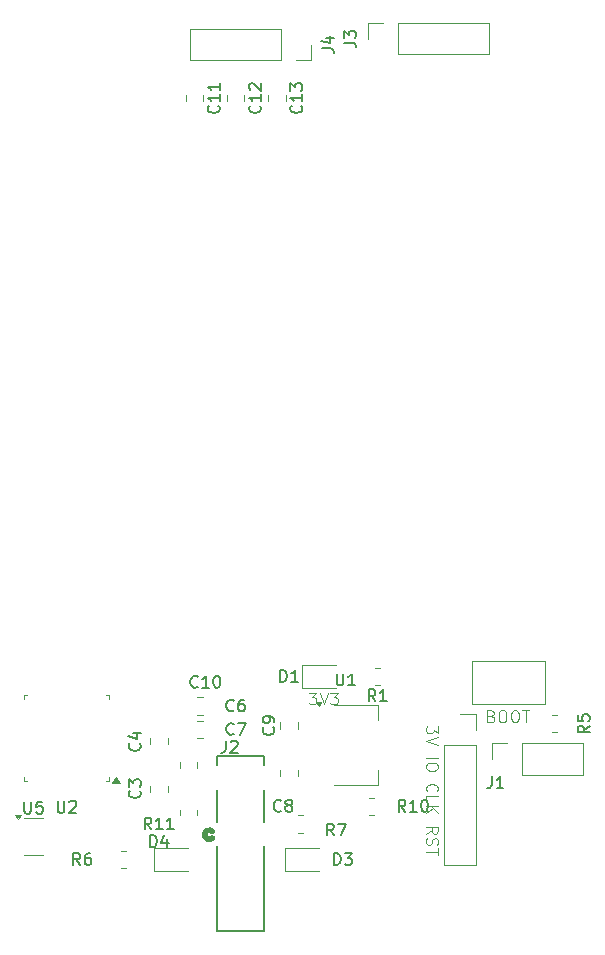
<source format=gbr>
%TF.GenerationSoftware,KiCad,Pcbnew,8.0.7*%
%TF.CreationDate,2024-12-25T21:37:58+08:00*%
%TF.ProjectId,The Button,54686520-4275-4747-946f-6e2e6b696361,rev?*%
%TF.SameCoordinates,Original*%
%TF.FileFunction,Legend,Top*%
%TF.FilePolarity,Positive*%
%FSLAX46Y46*%
G04 Gerber Fmt 4.6, Leading zero omitted, Abs format (unit mm)*
G04 Created by KiCad (PCBNEW 8.0.7) date 2024-12-25 21:37:58*
%MOMM*%
%LPD*%
G01*
G04 APERTURE LIST*
%ADD10C,0.100000*%
%ADD11C,0.150000*%
%ADD12C,0.120000*%
%ADD13C,0.152400*%
%ADD14C,0.508000*%
G04 APERTURE END LIST*
D10*
X187627580Y-85208646D02*
X187627580Y-85827693D01*
X187627580Y-85827693D02*
X187246628Y-85494360D01*
X187246628Y-85494360D02*
X187246628Y-85637217D01*
X187246628Y-85637217D02*
X187199009Y-85732455D01*
X187199009Y-85732455D02*
X187151390Y-85780074D01*
X187151390Y-85780074D02*
X187056152Y-85827693D01*
X187056152Y-85827693D02*
X186818057Y-85827693D01*
X186818057Y-85827693D02*
X186722819Y-85780074D01*
X186722819Y-85780074D02*
X186675200Y-85732455D01*
X186675200Y-85732455D02*
X186627580Y-85637217D01*
X186627580Y-85637217D02*
X186627580Y-85351503D01*
X186627580Y-85351503D02*
X186675200Y-85256265D01*
X186675200Y-85256265D02*
X186722819Y-85208646D01*
X187627580Y-86113408D02*
X186627580Y-86446741D01*
X186627580Y-86446741D02*
X187627580Y-86780074D01*
X186627580Y-87875313D02*
X187627580Y-87875313D01*
X187627580Y-88541979D02*
X187627580Y-88732455D01*
X187627580Y-88732455D02*
X187579961Y-88827693D01*
X187579961Y-88827693D02*
X187484723Y-88922931D01*
X187484723Y-88922931D02*
X187294247Y-88970550D01*
X187294247Y-88970550D02*
X186960914Y-88970550D01*
X186960914Y-88970550D02*
X186770438Y-88922931D01*
X186770438Y-88922931D02*
X186675200Y-88827693D01*
X186675200Y-88827693D02*
X186627580Y-88732455D01*
X186627580Y-88732455D02*
X186627580Y-88541979D01*
X186627580Y-88541979D02*
X186675200Y-88446741D01*
X186675200Y-88446741D02*
X186770438Y-88351503D01*
X186770438Y-88351503D02*
X186960914Y-88303884D01*
X186960914Y-88303884D02*
X187294247Y-88303884D01*
X187294247Y-88303884D02*
X187484723Y-88351503D01*
X187484723Y-88351503D02*
X187579961Y-88446741D01*
X187579961Y-88446741D02*
X187627580Y-88541979D01*
X186722819Y-90732455D02*
X186675200Y-90684836D01*
X186675200Y-90684836D02*
X186627580Y-90541979D01*
X186627580Y-90541979D02*
X186627580Y-90446741D01*
X186627580Y-90446741D02*
X186675200Y-90303884D01*
X186675200Y-90303884D02*
X186770438Y-90208646D01*
X186770438Y-90208646D02*
X186865676Y-90161027D01*
X186865676Y-90161027D02*
X187056152Y-90113408D01*
X187056152Y-90113408D02*
X187199009Y-90113408D01*
X187199009Y-90113408D02*
X187389485Y-90161027D01*
X187389485Y-90161027D02*
X187484723Y-90208646D01*
X187484723Y-90208646D02*
X187579961Y-90303884D01*
X187579961Y-90303884D02*
X187627580Y-90446741D01*
X187627580Y-90446741D02*
X187627580Y-90541979D01*
X187627580Y-90541979D02*
X187579961Y-90684836D01*
X187579961Y-90684836D02*
X187532342Y-90732455D01*
X186627580Y-91637217D02*
X186627580Y-91161027D01*
X186627580Y-91161027D02*
X187627580Y-91161027D01*
X186627580Y-91970551D02*
X187627580Y-91970551D01*
X186627580Y-92541979D02*
X187199009Y-92113408D01*
X187627580Y-92541979D02*
X187056152Y-91970551D01*
X186627580Y-94303884D02*
X187103771Y-93970551D01*
X186627580Y-93732456D02*
X187627580Y-93732456D01*
X187627580Y-93732456D02*
X187627580Y-94113408D01*
X187627580Y-94113408D02*
X187579961Y-94208646D01*
X187579961Y-94208646D02*
X187532342Y-94256265D01*
X187532342Y-94256265D02*
X187437104Y-94303884D01*
X187437104Y-94303884D02*
X187294247Y-94303884D01*
X187294247Y-94303884D02*
X187199009Y-94256265D01*
X187199009Y-94256265D02*
X187151390Y-94208646D01*
X187151390Y-94208646D02*
X187103771Y-94113408D01*
X187103771Y-94113408D02*
X187103771Y-93732456D01*
X186675200Y-94684837D02*
X186627580Y-94827694D01*
X186627580Y-94827694D02*
X186627580Y-95065789D01*
X186627580Y-95065789D02*
X186675200Y-95161027D01*
X186675200Y-95161027D02*
X186722819Y-95208646D01*
X186722819Y-95208646D02*
X186818057Y-95256265D01*
X186818057Y-95256265D02*
X186913295Y-95256265D01*
X186913295Y-95256265D02*
X187008533Y-95208646D01*
X187008533Y-95208646D02*
X187056152Y-95161027D01*
X187056152Y-95161027D02*
X187103771Y-95065789D01*
X187103771Y-95065789D02*
X187151390Y-94875313D01*
X187151390Y-94875313D02*
X187199009Y-94780075D01*
X187199009Y-94780075D02*
X187246628Y-94732456D01*
X187246628Y-94732456D02*
X187341866Y-94684837D01*
X187341866Y-94684837D02*
X187437104Y-94684837D01*
X187437104Y-94684837D02*
X187532342Y-94732456D01*
X187532342Y-94732456D02*
X187579961Y-94780075D01*
X187579961Y-94780075D02*
X187627580Y-94875313D01*
X187627580Y-94875313D02*
X187627580Y-95113408D01*
X187627580Y-95113408D02*
X187579961Y-95256265D01*
X187627580Y-95541980D02*
X187627580Y-96113408D01*
X186627580Y-95827694D02*
X187627580Y-95827694D01*
X176708646Y-82372419D02*
X177327693Y-82372419D01*
X177327693Y-82372419D02*
X176994360Y-82753371D01*
X176994360Y-82753371D02*
X177137217Y-82753371D01*
X177137217Y-82753371D02*
X177232455Y-82800990D01*
X177232455Y-82800990D02*
X177280074Y-82848609D01*
X177280074Y-82848609D02*
X177327693Y-82943847D01*
X177327693Y-82943847D02*
X177327693Y-83181942D01*
X177327693Y-83181942D02*
X177280074Y-83277180D01*
X177280074Y-83277180D02*
X177232455Y-83324800D01*
X177232455Y-83324800D02*
X177137217Y-83372419D01*
X177137217Y-83372419D02*
X176851503Y-83372419D01*
X176851503Y-83372419D02*
X176756265Y-83324800D01*
X176756265Y-83324800D02*
X176708646Y-83277180D01*
X177613408Y-82372419D02*
X177946741Y-83372419D01*
X177946741Y-83372419D02*
X178280074Y-82372419D01*
X178518170Y-82372419D02*
X179137217Y-82372419D01*
X179137217Y-82372419D02*
X178803884Y-82753371D01*
X178803884Y-82753371D02*
X178946741Y-82753371D01*
X178946741Y-82753371D02*
X179041979Y-82800990D01*
X179041979Y-82800990D02*
X179089598Y-82848609D01*
X179089598Y-82848609D02*
X179137217Y-82943847D01*
X179137217Y-82943847D02*
X179137217Y-83181942D01*
X179137217Y-83181942D02*
X179089598Y-83277180D01*
X179089598Y-83277180D02*
X179041979Y-83324800D01*
X179041979Y-83324800D02*
X178946741Y-83372419D01*
X178946741Y-83372419D02*
X178661027Y-83372419D01*
X178661027Y-83372419D02*
X178565789Y-83324800D01*
X178565789Y-83324800D02*
X178518170Y-83277180D01*
X192137217Y-84348609D02*
X192280074Y-84396228D01*
X192280074Y-84396228D02*
X192327693Y-84443847D01*
X192327693Y-84443847D02*
X192375312Y-84539085D01*
X192375312Y-84539085D02*
X192375312Y-84681942D01*
X192375312Y-84681942D02*
X192327693Y-84777180D01*
X192327693Y-84777180D02*
X192280074Y-84824800D01*
X192280074Y-84824800D02*
X192184836Y-84872419D01*
X192184836Y-84872419D02*
X191803884Y-84872419D01*
X191803884Y-84872419D02*
X191803884Y-83872419D01*
X191803884Y-83872419D02*
X192137217Y-83872419D01*
X192137217Y-83872419D02*
X192232455Y-83920038D01*
X192232455Y-83920038D02*
X192280074Y-83967657D01*
X192280074Y-83967657D02*
X192327693Y-84062895D01*
X192327693Y-84062895D02*
X192327693Y-84158133D01*
X192327693Y-84158133D02*
X192280074Y-84253371D01*
X192280074Y-84253371D02*
X192232455Y-84300990D01*
X192232455Y-84300990D02*
X192137217Y-84348609D01*
X192137217Y-84348609D02*
X191803884Y-84348609D01*
X192994360Y-83872419D02*
X193184836Y-83872419D01*
X193184836Y-83872419D02*
X193280074Y-83920038D01*
X193280074Y-83920038D02*
X193375312Y-84015276D01*
X193375312Y-84015276D02*
X193422931Y-84205752D01*
X193422931Y-84205752D02*
X193422931Y-84539085D01*
X193422931Y-84539085D02*
X193375312Y-84729561D01*
X193375312Y-84729561D02*
X193280074Y-84824800D01*
X193280074Y-84824800D02*
X193184836Y-84872419D01*
X193184836Y-84872419D02*
X192994360Y-84872419D01*
X192994360Y-84872419D02*
X192899122Y-84824800D01*
X192899122Y-84824800D02*
X192803884Y-84729561D01*
X192803884Y-84729561D02*
X192756265Y-84539085D01*
X192756265Y-84539085D02*
X192756265Y-84205752D01*
X192756265Y-84205752D02*
X192803884Y-84015276D01*
X192803884Y-84015276D02*
X192899122Y-83920038D01*
X192899122Y-83920038D02*
X192994360Y-83872419D01*
X194041979Y-83872419D02*
X194232455Y-83872419D01*
X194232455Y-83872419D02*
X194327693Y-83920038D01*
X194327693Y-83920038D02*
X194422931Y-84015276D01*
X194422931Y-84015276D02*
X194470550Y-84205752D01*
X194470550Y-84205752D02*
X194470550Y-84539085D01*
X194470550Y-84539085D02*
X194422931Y-84729561D01*
X194422931Y-84729561D02*
X194327693Y-84824800D01*
X194327693Y-84824800D02*
X194232455Y-84872419D01*
X194232455Y-84872419D02*
X194041979Y-84872419D01*
X194041979Y-84872419D02*
X193946741Y-84824800D01*
X193946741Y-84824800D02*
X193851503Y-84729561D01*
X193851503Y-84729561D02*
X193803884Y-84539085D01*
X193803884Y-84539085D02*
X193803884Y-84205752D01*
X193803884Y-84205752D02*
X193851503Y-84015276D01*
X193851503Y-84015276D02*
X193946741Y-83920038D01*
X193946741Y-83920038D02*
X194041979Y-83872419D01*
X194756265Y-83872419D02*
X195327693Y-83872419D01*
X195041979Y-84872419D02*
X195041979Y-83872419D01*
D11*
X178808333Y-94454819D02*
X178475000Y-93978628D01*
X178236905Y-94454819D02*
X178236905Y-93454819D01*
X178236905Y-93454819D02*
X178617857Y-93454819D01*
X178617857Y-93454819D02*
X178713095Y-93502438D01*
X178713095Y-93502438D02*
X178760714Y-93550057D01*
X178760714Y-93550057D02*
X178808333Y-93645295D01*
X178808333Y-93645295D02*
X178808333Y-93788152D01*
X178808333Y-93788152D02*
X178760714Y-93883390D01*
X178760714Y-93883390D02*
X178713095Y-93931009D01*
X178713095Y-93931009D02*
X178617857Y-93978628D01*
X178617857Y-93978628D02*
X178236905Y-93978628D01*
X179141667Y-93454819D02*
X179808333Y-93454819D01*
X179808333Y-93454819D02*
X179379762Y-94454819D01*
X172539580Y-32680357D02*
X172587200Y-32727976D01*
X172587200Y-32727976D02*
X172634819Y-32870833D01*
X172634819Y-32870833D02*
X172634819Y-32966071D01*
X172634819Y-32966071D02*
X172587200Y-33108928D01*
X172587200Y-33108928D02*
X172491961Y-33204166D01*
X172491961Y-33204166D02*
X172396723Y-33251785D01*
X172396723Y-33251785D02*
X172206247Y-33299404D01*
X172206247Y-33299404D02*
X172063390Y-33299404D01*
X172063390Y-33299404D02*
X171872914Y-33251785D01*
X171872914Y-33251785D02*
X171777676Y-33204166D01*
X171777676Y-33204166D02*
X171682438Y-33108928D01*
X171682438Y-33108928D02*
X171634819Y-32966071D01*
X171634819Y-32966071D02*
X171634819Y-32870833D01*
X171634819Y-32870833D02*
X171682438Y-32727976D01*
X171682438Y-32727976D02*
X171730057Y-32680357D01*
X172634819Y-31727976D02*
X172634819Y-32299404D01*
X172634819Y-32013690D02*
X171634819Y-32013690D01*
X171634819Y-32013690D02*
X171777676Y-32108928D01*
X171777676Y-32108928D02*
X171872914Y-32204166D01*
X171872914Y-32204166D02*
X171920533Y-32299404D01*
X171730057Y-31347023D02*
X171682438Y-31299404D01*
X171682438Y-31299404D02*
X171634819Y-31204166D01*
X171634819Y-31204166D02*
X171634819Y-30966071D01*
X171634819Y-30966071D02*
X171682438Y-30870833D01*
X171682438Y-30870833D02*
X171730057Y-30823214D01*
X171730057Y-30823214D02*
X171825295Y-30775595D01*
X171825295Y-30775595D02*
X171920533Y-30775595D01*
X171920533Y-30775595D02*
X172063390Y-30823214D01*
X172063390Y-30823214D02*
X172634819Y-31394642D01*
X172634819Y-31394642D02*
X172634819Y-30775595D01*
X162359580Y-90666666D02*
X162407200Y-90714285D01*
X162407200Y-90714285D02*
X162454819Y-90857142D01*
X162454819Y-90857142D02*
X162454819Y-90952380D01*
X162454819Y-90952380D02*
X162407200Y-91095237D01*
X162407200Y-91095237D02*
X162311961Y-91190475D01*
X162311961Y-91190475D02*
X162216723Y-91238094D01*
X162216723Y-91238094D02*
X162026247Y-91285713D01*
X162026247Y-91285713D02*
X161883390Y-91285713D01*
X161883390Y-91285713D02*
X161692914Y-91238094D01*
X161692914Y-91238094D02*
X161597676Y-91190475D01*
X161597676Y-91190475D02*
X161502438Y-91095237D01*
X161502438Y-91095237D02*
X161454819Y-90952380D01*
X161454819Y-90952380D02*
X161454819Y-90857142D01*
X161454819Y-90857142D02*
X161502438Y-90714285D01*
X161502438Y-90714285D02*
X161550057Y-90666666D01*
X161454819Y-90333332D02*
X161454819Y-89714285D01*
X161454819Y-89714285D02*
X161835771Y-90047618D01*
X161835771Y-90047618D02*
X161835771Y-89904761D01*
X161835771Y-89904761D02*
X161883390Y-89809523D01*
X161883390Y-89809523D02*
X161931009Y-89761904D01*
X161931009Y-89761904D02*
X162026247Y-89714285D01*
X162026247Y-89714285D02*
X162264342Y-89714285D01*
X162264342Y-89714285D02*
X162359580Y-89761904D01*
X162359580Y-89761904D02*
X162407200Y-89809523D01*
X162407200Y-89809523D02*
X162454819Y-89904761D01*
X162454819Y-89904761D02*
X162454819Y-90190475D01*
X162454819Y-90190475D02*
X162407200Y-90285713D01*
X162407200Y-90285713D02*
X162359580Y-90333332D01*
X174333333Y-92359580D02*
X174285714Y-92407200D01*
X174285714Y-92407200D02*
X174142857Y-92454819D01*
X174142857Y-92454819D02*
X174047619Y-92454819D01*
X174047619Y-92454819D02*
X173904762Y-92407200D01*
X173904762Y-92407200D02*
X173809524Y-92311961D01*
X173809524Y-92311961D02*
X173761905Y-92216723D01*
X173761905Y-92216723D02*
X173714286Y-92026247D01*
X173714286Y-92026247D02*
X173714286Y-91883390D01*
X173714286Y-91883390D02*
X173761905Y-91692914D01*
X173761905Y-91692914D02*
X173809524Y-91597676D01*
X173809524Y-91597676D02*
X173904762Y-91502438D01*
X173904762Y-91502438D02*
X174047619Y-91454819D01*
X174047619Y-91454819D02*
X174142857Y-91454819D01*
X174142857Y-91454819D02*
X174285714Y-91502438D01*
X174285714Y-91502438D02*
X174333333Y-91550057D01*
X174904762Y-91883390D02*
X174809524Y-91835771D01*
X174809524Y-91835771D02*
X174761905Y-91788152D01*
X174761905Y-91788152D02*
X174714286Y-91692914D01*
X174714286Y-91692914D02*
X174714286Y-91645295D01*
X174714286Y-91645295D02*
X174761905Y-91550057D01*
X174761905Y-91550057D02*
X174809524Y-91502438D01*
X174809524Y-91502438D02*
X174904762Y-91454819D01*
X174904762Y-91454819D02*
X175095238Y-91454819D01*
X175095238Y-91454819D02*
X175190476Y-91502438D01*
X175190476Y-91502438D02*
X175238095Y-91550057D01*
X175238095Y-91550057D02*
X175285714Y-91645295D01*
X175285714Y-91645295D02*
X175285714Y-91692914D01*
X175285714Y-91692914D02*
X175238095Y-91788152D01*
X175238095Y-91788152D02*
X175190476Y-91835771D01*
X175190476Y-91835771D02*
X175095238Y-91883390D01*
X175095238Y-91883390D02*
X174904762Y-91883390D01*
X174904762Y-91883390D02*
X174809524Y-91931009D01*
X174809524Y-91931009D02*
X174761905Y-91978628D01*
X174761905Y-91978628D02*
X174714286Y-92073866D01*
X174714286Y-92073866D02*
X174714286Y-92264342D01*
X174714286Y-92264342D02*
X174761905Y-92359580D01*
X174761905Y-92359580D02*
X174809524Y-92407200D01*
X174809524Y-92407200D02*
X174904762Y-92454819D01*
X174904762Y-92454819D02*
X175095238Y-92454819D01*
X175095238Y-92454819D02*
X175190476Y-92407200D01*
X175190476Y-92407200D02*
X175238095Y-92359580D01*
X175238095Y-92359580D02*
X175285714Y-92264342D01*
X175285714Y-92264342D02*
X175285714Y-92073866D01*
X175285714Y-92073866D02*
X175238095Y-91978628D01*
X175238095Y-91978628D02*
X175190476Y-91931009D01*
X175190476Y-91931009D02*
X175095238Y-91883390D01*
X163261905Y-95454819D02*
X163261905Y-94454819D01*
X163261905Y-94454819D02*
X163500000Y-94454819D01*
X163500000Y-94454819D02*
X163642857Y-94502438D01*
X163642857Y-94502438D02*
X163738095Y-94597676D01*
X163738095Y-94597676D02*
X163785714Y-94692914D01*
X163785714Y-94692914D02*
X163833333Y-94883390D01*
X163833333Y-94883390D02*
X163833333Y-95026247D01*
X163833333Y-95026247D02*
X163785714Y-95216723D01*
X163785714Y-95216723D02*
X163738095Y-95311961D01*
X163738095Y-95311961D02*
X163642857Y-95407200D01*
X163642857Y-95407200D02*
X163500000Y-95454819D01*
X163500000Y-95454819D02*
X163261905Y-95454819D01*
X164690476Y-94788152D02*
X164690476Y-95454819D01*
X164452381Y-94407200D02*
X164214286Y-95121485D01*
X164214286Y-95121485D02*
X164833333Y-95121485D01*
X179038095Y-80754819D02*
X179038095Y-81564342D01*
X179038095Y-81564342D02*
X179085714Y-81659580D01*
X179085714Y-81659580D02*
X179133333Y-81707200D01*
X179133333Y-81707200D02*
X179228571Y-81754819D01*
X179228571Y-81754819D02*
X179419047Y-81754819D01*
X179419047Y-81754819D02*
X179514285Y-81707200D01*
X179514285Y-81707200D02*
X179561904Y-81659580D01*
X179561904Y-81659580D02*
X179609523Y-81564342D01*
X179609523Y-81564342D02*
X179609523Y-80754819D01*
X180609523Y-81754819D02*
X180038095Y-81754819D01*
X180323809Y-81754819D02*
X180323809Y-80754819D01*
X180323809Y-80754819D02*
X180228571Y-80897676D01*
X180228571Y-80897676D02*
X180133333Y-80992914D01*
X180133333Y-80992914D02*
X180038095Y-81040533D01*
X152600595Y-91604819D02*
X152600595Y-92414342D01*
X152600595Y-92414342D02*
X152648214Y-92509580D01*
X152648214Y-92509580D02*
X152695833Y-92557200D01*
X152695833Y-92557200D02*
X152791071Y-92604819D01*
X152791071Y-92604819D02*
X152981547Y-92604819D01*
X152981547Y-92604819D02*
X153076785Y-92557200D01*
X153076785Y-92557200D02*
X153124404Y-92509580D01*
X153124404Y-92509580D02*
X153172023Y-92414342D01*
X153172023Y-92414342D02*
X153172023Y-91604819D01*
X154124404Y-91604819D02*
X153648214Y-91604819D01*
X153648214Y-91604819D02*
X153600595Y-92081009D01*
X153600595Y-92081009D02*
X153648214Y-92033390D01*
X153648214Y-92033390D02*
X153743452Y-91985771D01*
X153743452Y-91985771D02*
X153981547Y-91985771D01*
X153981547Y-91985771D02*
X154076785Y-92033390D01*
X154076785Y-92033390D02*
X154124404Y-92081009D01*
X154124404Y-92081009D02*
X154172023Y-92176247D01*
X154172023Y-92176247D02*
X154172023Y-92414342D01*
X154172023Y-92414342D02*
X154124404Y-92509580D01*
X154124404Y-92509580D02*
X154076785Y-92557200D01*
X154076785Y-92557200D02*
X153981547Y-92604819D01*
X153981547Y-92604819D02*
X153743452Y-92604819D01*
X153743452Y-92604819D02*
X153648214Y-92557200D01*
X153648214Y-92557200D02*
X153600595Y-92509580D01*
X192166666Y-89454819D02*
X192166666Y-90169104D01*
X192166666Y-90169104D02*
X192119047Y-90311961D01*
X192119047Y-90311961D02*
X192023809Y-90407200D01*
X192023809Y-90407200D02*
X191880952Y-90454819D01*
X191880952Y-90454819D02*
X191785714Y-90454819D01*
X193166666Y-90454819D02*
X192595238Y-90454819D01*
X192880952Y-90454819D02*
X192880952Y-89454819D01*
X192880952Y-89454819D02*
X192785714Y-89597676D01*
X192785714Y-89597676D02*
X192690476Y-89692914D01*
X192690476Y-89692914D02*
X192595238Y-89740533D01*
X184857142Y-92454819D02*
X184523809Y-91978628D01*
X184285714Y-92454819D02*
X184285714Y-91454819D01*
X184285714Y-91454819D02*
X184666666Y-91454819D01*
X184666666Y-91454819D02*
X184761904Y-91502438D01*
X184761904Y-91502438D02*
X184809523Y-91550057D01*
X184809523Y-91550057D02*
X184857142Y-91645295D01*
X184857142Y-91645295D02*
X184857142Y-91788152D01*
X184857142Y-91788152D02*
X184809523Y-91883390D01*
X184809523Y-91883390D02*
X184761904Y-91931009D01*
X184761904Y-91931009D02*
X184666666Y-91978628D01*
X184666666Y-91978628D02*
X184285714Y-91978628D01*
X185809523Y-92454819D02*
X185238095Y-92454819D01*
X185523809Y-92454819D02*
X185523809Y-91454819D01*
X185523809Y-91454819D02*
X185428571Y-91597676D01*
X185428571Y-91597676D02*
X185333333Y-91692914D01*
X185333333Y-91692914D02*
X185238095Y-91740533D01*
X186428571Y-91454819D02*
X186523809Y-91454819D01*
X186523809Y-91454819D02*
X186619047Y-91502438D01*
X186619047Y-91502438D02*
X186666666Y-91550057D01*
X186666666Y-91550057D02*
X186714285Y-91645295D01*
X186714285Y-91645295D02*
X186761904Y-91835771D01*
X186761904Y-91835771D02*
X186761904Y-92073866D01*
X186761904Y-92073866D02*
X186714285Y-92264342D01*
X186714285Y-92264342D02*
X186666666Y-92359580D01*
X186666666Y-92359580D02*
X186619047Y-92407200D01*
X186619047Y-92407200D02*
X186523809Y-92454819D01*
X186523809Y-92454819D02*
X186428571Y-92454819D01*
X186428571Y-92454819D02*
X186333333Y-92407200D01*
X186333333Y-92407200D02*
X186285714Y-92359580D01*
X186285714Y-92359580D02*
X186238095Y-92264342D01*
X186238095Y-92264342D02*
X186190476Y-92073866D01*
X186190476Y-92073866D02*
X186190476Y-91835771D01*
X186190476Y-91835771D02*
X186238095Y-91645295D01*
X186238095Y-91645295D02*
X186285714Y-91550057D01*
X186285714Y-91550057D02*
X186333333Y-91502438D01*
X186333333Y-91502438D02*
X186428571Y-91454819D01*
X174261905Y-81454819D02*
X174261905Y-80454819D01*
X174261905Y-80454819D02*
X174500000Y-80454819D01*
X174500000Y-80454819D02*
X174642857Y-80502438D01*
X174642857Y-80502438D02*
X174738095Y-80597676D01*
X174738095Y-80597676D02*
X174785714Y-80692914D01*
X174785714Y-80692914D02*
X174833333Y-80883390D01*
X174833333Y-80883390D02*
X174833333Y-81026247D01*
X174833333Y-81026247D02*
X174785714Y-81216723D01*
X174785714Y-81216723D02*
X174738095Y-81311961D01*
X174738095Y-81311961D02*
X174642857Y-81407200D01*
X174642857Y-81407200D02*
X174500000Y-81454819D01*
X174500000Y-81454819D02*
X174261905Y-81454819D01*
X175785714Y-81454819D02*
X175214286Y-81454819D01*
X175500000Y-81454819D02*
X175500000Y-80454819D01*
X175500000Y-80454819D02*
X175404762Y-80597676D01*
X175404762Y-80597676D02*
X175309524Y-80692914D01*
X175309524Y-80692914D02*
X175214286Y-80740533D01*
X169039580Y-32680357D02*
X169087200Y-32727976D01*
X169087200Y-32727976D02*
X169134819Y-32870833D01*
X169134819Y-32870833D02*
X169134819Y-32966071D01*
X169134819Y-32966071D02*
X169087200Y-33108928D01*
X169087200Y-33108928D02*
X168991961Y-33204166D01*
X168991961Y-33204166D02*
X168896723Y-33251785D01*
X168896723Y-33251785D02*
X168706247Y-33299404D01*
X168706247Y-33299404D02*
X168563390Y-33299404D01*
X168563390Y-33299404D02*
X168372914Y-33251785D01*
X168372914Y-33251785D02*
X168277676Y-33204166D01*
X168277676Y-33204166D02*
X168182438Y-33108928D01*
X168182438Y-33108928D02*
X168134819Y-32966071D01*
X168134819Y-32966071D02*
X168134819Y-32870833D01*
X168134819Y-32870833D02*
X168182438Y-32727976D01*
X168182438Y-32727976D02*
X168230057Y-32680357D01*
X169134819Y-31727976D02*
X169134819Y-32299404D01*
X169134819Y-32013690D02*
X168134819Y-32013690D01*
X168134819Y-32013690D02*
X168277676Y-32108928D01*
X168277676Y-32108928D02*
X168372914Y-32204166D01*
X168372914Y-32204166D02*
X168420533Y-32299404D01*
X169134819Y-30775595D02*
X169134819Y-31347023D01*
X169134819Y-31061309D02*
X168134819Y-31061309D01*
X168134819Y-31061309D02*
X168277676Y-31156547D01*
X168277676Y-31156547D02*
X168372914Y-31251785D01*
X168372914Y-31251785D02*
X168420533Y-31347023D01*
X182333333Y-83104819D02*
X182000000Y-82628628D01*
X181761905Y-83104819D02*
X181761905Y-82104819D01*
X181761905Y-82104819D02*
X182142857Y-82104819D01*
X182142857Y-82104819D02*
X182238095Y-82152438D01*
X182238095Y-82152438D02*
X182285714Y-82200057D01*
X182285714Y-82200057D02*
X182333333Y-82295295D01*
X182333333Y-82295295D02*
X182333333Y-82438152D01*
X182333333Y-82438152D02*
X182285714Y-82533390D01*
X182285714Y-82533390D02*
X182238095Y-82581009D01*
X182238095Y-82581009D02*
X182142857Y-82628628D01*
X182142857Y-82628628D02*
X181761905Y-82628628D01*
X183285714Y-83104819D02*
X182714286Y-83104819D01*
X183000000Y-83104819D02*
X183000000Y-82104819D01*
X183000000Y-82104819D02*
X182904762Y-82247676D01*
X182904762Y-82247676D02*
X182809524Y-82342914D01*
X182809524Y-82342914D02*
X182714286Y-82390533D01*
X176039580Y-32680357D02*
X176087200Y-32727976D01*
X176087200Y-32727976D02*
X176134819Y-32870833D01*
X176134819Y-32870833D02*
X176134819Y-32966071D01*
X176134819Y-32966071D02*
X176087200Y-33108928D01*
X176087200Y-33108928D02*
X175991961Y-33204166D01*
X175991961Y-33204166D02*
X175896723Y-33251785D01*
X175896723Y-33251785D02*
X175706247Y-33299404D01*
X175706247Y-33299404D02*
X175563390Y-33299404D01*
X175563390Y-33299404D02*
X175372914Y-33251785D01*
X175372914Y-33251785D02*
X175277676Y-33204166D01*
X175277676Y-33204166D02*
X175182438Y-33108928D01*
X175182438Y-33108928D02*
X175134819Y-32966071D01*
X175134819Y-32966071D02*
X175134819Y-32870833D01*
X175134819Y-32870833D02*
X175182438Y-32727976D01*
X175182438Y-32727976D02*
X175230057Y-32680357D01*
X176134819Y-31727976D02*
X176134819Y-32299404D01*
X176134819Y-32013690D02*
X175134819Y-32013690D01*
X175134819Y-32013690D02*
X175277676Y-32108928D01*
X175277676Y-32108928D02*
X175372914Y-32204166D01*
X175372914Y-32204166D02*
X175420533Y-32299404D01*
X175134819Y-31394642D02*
X175134819Y-30775595D01*
X175134819Y-30775595D02*
X175515771Y-31108928D01*
X175515771Y-31108928D02*
X175515771Y-30966071D01*
X175515771Y-30966071D02*
X175563390Y-30870833D01*
X175563390Y-30870833D02*
X175611009Y-30823214D01*
X175611009Y-30823214D02*
X175706247Y-30775595D01*
X175706247Y-30775595D02*
X175944342Y-30775595D01*
X175944342Y-30775595D02*
X176039580Y-30823214D01*
X176039580Y-30823214D02*
X176087200Y-30870833D01*
X176087200Y-30870833D02*
X176134819Y-30966071D01*
X176134819Y-30966071D02*
X176134819Y-31251785D01*
X176134819Y-31251785D02*
X176087200Y-31347023D01*
X176087200Y-31347023D02*
X176039580Y-31394642D01*
X170333333Y-83859580D02*
X170285714Y-83907200D01*
X170285714Y-83907200D02*
X170142857Y-83954819D01*
X170142857Y-83954819D02*
X170047619Y-83954819D01*
X170047619Y-83954819D02*
X169904762Y-83907200D01*
X169904762Y-83907200D02*
X169809524Y-83811961D01*
X169809524Y-83811961D02*
X169761905Y-83716723D01*
X169761905Y-83716723D02*
X169714286Y-83526247D01*
X169714286Y-83526247D02*
X169714286Y-83383390D01*
X169714286Y-83383390D02*
X169761905Y-83192914D01*
X169761905Y-83192914D02*
X169809524Y-83097676D01*
X169809524Y-83097676D02*
X169904762Y-83002438D01*
X169904762Y-83002438D02*
X170047619Y-82954819D01*
X170047619Y-82954819D02*
X170142857Y-82954819D01*
X170142857Y-82954819D02*
X170285714Y-83002438D01*
X170285714Y-83002438D02*
X170333333Y-83050057D01*
X171190476Y-82954819D02*
X171000000Y-82954819D01*
X171000000Y-82954819D02*
X170904762Y-83002438D01*
X170904762Y-83002438D02*
X170857143Y-83050057D01*
X170857143Y-83050057D02*
X170761905Y-83192914D01*
X170761905Y-83192914D02*
X170714286Y-83383390D01*
X170714286Y-83383390D02*
X170714286Y-83764342D01*
X170714286Y-83764342D02*
X170761905Y-83859580D01*
X170761905Y-83859580D02*
X170809524Y-83907200D01*
X170809524Y-83907200D02*
X170904762Y-83954819D01*
X170904762Y-83954819D02*
X171095238Y-83954819D01*
X171095238Y-83954819D02*
X171190476Y-83907200D01*
X171190476Y-83907200D02*
X171238095Y-83859580D01*
X171238095Y-83859580D02*
X171285714Y-83764342D01*
X171285714Y-83764342D02*
X171285714Y-83526247D01*
X171285714Y-83526247D02*
X171238095Y-83431009D01*
X171238095Y-83431009D02*
X171190476Y-83383390D01*
X171190476Y-83383390D02*
X171095238Y-83335771D01*
X171095238Y-83335771D02*
X170904762Y-83335771D01*
X170904762Y-83335771D02*
X170809524Y-83383390D01*
X170809524Y-83383390D02*
X170761905Y-83431009D01*
X170761905Y-83431009D02*
X170714286Y-83526247D01*
X157333333Y-96954819D02*
X157000000Y-96478628D01*
X156761905Y-96954819D02*
X156761905Y-95954819D01*
X156761905Y-95954819D02*
X157142857Y-95954819D01*
X157142857Y-95954819D02*
X157238095Y-96002438D01*
X157238095Y-96002438D02*
X157285714Y-96050057D01*
X157285714Y-96050057D02*
X157333333Y-96145295D01*
X157333333Y-96145295D02*
X157333333Y-96288152D01*
X157333333Y-96288152D02*
X157285714Y-96383390D01*
X157285714Y-96383390D02*
X157238095Y-96431009D01*
X157238095Y-96431009D02*
X157142857Y-96478628D01*
X157142857Y-96478628D02*
X156761905Y-96478628D01*
X158190476Y-95954819D02*
X158000000Y-95954819D01*
X158000000Y-95954819D02*
X157904762Y-96002438D01*
X157904762Y-96002438D02*
X157857143Y-96050057D01*
X157857143Y-96050057D02*
X157761905Y-96192914D01*
X157761905Y-96192914D02*
X157714286Y-96383390D01*
X157714286Y-96383390D02*
X157714286Y-96764342D01*
X157714286Y-96764342D02*
X157761905Y-96859580D01*
X157761905Y-96859580D02*
X157809524Y-96907200D01*
X157809524Y-96907200D02*
X157904762Y-96954819D01*
X157904762Y-96954819D02*
X158095238Y-96954819D01*
X158095238Y-96954819D02*
X158190476Y-96907200D01*
X158190476Y-96907200D02*
X158238095Y-96859580D01*
X158238095Y-96859580D02*
X158285714Y-96764342D01*
X158285714Y-96764342D02*
X158285714Y-96526247D01*
X158285714Y-96526247D02*
X158238095Y-96431009D01*
X158238095Y-96431009D02*
X158190476Y-96383390D01*
X158190476Y-96383390D02*
X158095238Y-96335771D01*
X158095238Y-96335771D02*
X157904762Y-96335771D01*
X157904762Y-96335771D02*
X157809524Y-96383390D01*
X157809524Y-96383390D02*
X157761905Y-96431009D01*
X157761905Y-96431009D02*
X157714286Y-96526247D01*
X167282142Y-81859580D02*
X167234523Y-81907200D01*
X167234523Y-81907200D02*
X167091666Y-81954819D01*
X167091666Y-81954819D02*
X166996428Y-81954819D01*
X166996428Y-81954819D02*
X166853571Y-81907200D01*
X166853571Y-81907200D02*
X166758333Y-81811961D01*
X166758333Y-81811961D02*
X166710714Y-81716723D01*
X166710714Y-81716723D02*
X166663095Y-81526247D01*
X166663095Y-81526247D02*
X166663095Y-81383390D01*
X166663095Y-81383390D02*
X166710714Y-81192914D01*
X166710714Y-81192914D02*
X166758333Y-81097676D01*
X166758333Y-81097676D02*
X166853571Y-81002438D01*
X166853571Y-81002438D02*
X166996428Y-80954819D01*
X166996428Y-80954819D02*
X167091666Y-80954819D01*
X167091666Y-80954819D02*
X167234523Y-81002438D01*
X167234523Y-81002438D02*
X167282142Y-81050057D01*
X168234523Y-81954819D02*
X167663095Y-81954819D01*
X167948809Y-81954819D02*
X167948809Y-80954819D01*
X167948809Y-80954819D02*
X167853571Y-81097676D01*
X167853571Y-81097676D02*
X167758333Y-81192914D01*
X167758333Y-81192914D02*
X167663095Y-81240533D01*
X168853571Y-80954819D02*
X168948809Y-80954819D01*
X168948809Y-80954819D02*
X169044047Y-81002438D01*
X169044047Y-81002438D02*
X169091666Y-81050057D01*
X169091666Y-81050057D02*
X169139285Y-81145295D01*
X169139285Y-81145295D02*
X169186904Y-81335771D01*
X169186904Y-81335771D02*
X169186904Y-81573866D01*
X169186904Y-81573866D02*
X169139285Y-81764342D01*
X169139285Y-81764342D02*
X169091666Y-81859580D01*
X169091666Y-81859580D02*
X169044047Y-81907200D01*
X169044047Y-81907200D02*
X168948809Y-81954819D01*
X168948809Y-81954819D02*
X168853571Y-81954819D01*
X168853571Y-81954819D02*
X168758333Y-81907200D01*
X168758333Y-81907200D02*
X168710714Y-81859580D01*
X168710714Y-81859580D02*
X168663095Y-81764342D01*
X168663095Y-81764342D02*
X168615476Y-81573866D01*
X168615476Y-81573866D02*
X168615476Y-81335771D01*
X168615476Y-81335771D02*
X168663095Y-81145295D01*
X168663095Y-81145295D02*
X168710714Y-81050057D01*
X168710714Y-81050057D02*
X168758333Y-81002438D01*
X168758333Y-81002438D02*
X168853571Y-80954819D01*
X163357142Y-93954819D02*
X163023809Y-93478628D01*
X162785714Y-93954819D02*
X162785714Y-92954819D01*
X162785714Y-92954819D02*
X163166666Y-92954819D01*
X163166666Y-92954819D02*
X163261904Y-93002438D01*
X163261904Y-93002438D02*
X163309523Y-93050057D01*
X163309523Y-93050057D02*
X163357142Y-93145295D01*
X163357142Y-93145295D02*
X163357142Y-93288152D01*
X163357142Y-93288152D02*
X163309523Y-93383390D01*
X163309523Y-93383390D02*
X163261904Y-93431009D01*
X163261904Y-93431009D02*
X163166666Y-93478628D01*
X163166666Y-93478628D02*
X162785714Y-93478628D01*
X164309523Y-93954819D02*
X163738095Y-93954819D01*
X164023809Y-93954819D02*
X164023809Y-92954819D01*
X164023809Y-92954819D02*
X163928571Y-93097676D01*
X163928571Y-93097676D02*
X163833333Y-93192914D01*
X163833333Y-93192914D02*
X163738095Y-93240533D01*
X165261904Y-93954819D02*
X164690476Y-93954819D01*
X164976190Y-93954819D02*
X164976190Y-92954819D01*
X164976190Y-92954819D02*
X164880952Y-93097676D01*
X164880952Y-93097676D02*
X164785714Y-93192914D01*
X164785714Y-93192914D02*
X164690476Y-93240533D01*
X179684819Y-27333333D02*
X180399104Y-27333333D01*
X180399104Y-27333333D02*
X180541961Y-27380952D01*
X180541961Y-27380952D02*
X180637200Y-27476190D01*
X180637200Y-27476190D02*
X180684819Y-27619047D01*
X180684819Y-27619047D02*
X180684819Y-27714285D01*
X179684819Y-26952380D02*
X179684819Y-26333333D01*
X179684819Y-26333333D02*
X180065771Y-26666666D01*
X180065771Y-26666666D02*
X180065771Y-26523809D01*
X180065771Y-26523809D02*
X180113390Y-26428571D01*
X180113390Y-26428571D02*
X180161009Y-26380952D01*
X180161009Y-26380952D02*
X180256247Y-26333333D01*
X180256247Y-26333333D02*
X180494342Y-26333333D01*
X180494342Y-26333333D02*
X180589580Y-26380952D01*
X180589580Y-26380952D02*
X180637200Y-26428571D01*
X180637200Y-26428571D02*
X180684819Y-26523809D01*
X180684819Y-26523809D02*
X180684819Y-26809523D01*
X180684819Y-26809523D02*
X180637200Y-26904761D01*
X180637200Y-26904761D02*
X180589580Y-26952380D01*
X178811905Y-96954819D02*
X178811905Y-95954819D01*
X178811905Y-95954819D02*
X179050000Y-95954819D01*
X179050000Y-95954819D02*
X179192857Y-96002438D01*
X179192857Y-96002438D02*
X179288095Y-96097676D01*
X179288095Y-96097676D02*
X179335714Y-96192914D01*
X179335714Y-96192914D02*
X179383333Y-96383390D01*
X179383333Y-96383390D02*
X179383333Y-96526247D01*
X179383333Y-96526247D02*
X179335714Y-96716723D01*
X179335714Y-96716723D02*
X179288095Y-96811961D01*
X179288095Y-96811961D02*
X179192857Y-96907200D01*
X179192857Y-96907200D02*
X179050000Y-96954819D01*
X179050000Y-96954819D02*
X178811905Y-96954819D01*
X179716667Y-95954819D02*
X180335714Y-95954819D01*
X180335714Y-95954819D02*
X180002381Y-96335771D01*
X180002381Y-96335771D02*
X180145238Y-96335771D01*
X180145238Y-96335771D02*
X180240476Y-96383390D01*
X180240476Y-96383390D02*
X180288095Y-96431009D01*
X180288095Y-96431009D02*
X180335714Y-96526247D01*
X180335714Y-96526247D02*
X180335714Y-96764342D01*
X180335714Y-96764342D02*
X180288095Y-96859580D01*
X180288095Y-96859580D02*
X180240476Y-96907200D01*
X180240476Y-96907200D02*
X180145238Y-96954819D01*
X180145238Y-96954819D02*
X179859524Y-96954819D01*
X179859524Y-96954819D02*
X179764286Y-96907200D01*
X179764286Y-96907200D02*
X179716667Y-96859580D01*
X200454819Y-85166666D02*
X199978628Y-85499999D01*
X200454819Y-85738094D02*
X199454819Y-85738094D01*
X199454819Y-85738094D02*
X199454819Y-85357142D01*
X199454819Y-85357142D02*
X199502438Y-85261904D01*
X199502438Y-85261904D02*
X199550057Y-85214285D01*
X199550057Y-85214285D02*
X199645295Y-85166666D01*
X199645295Y-85166666D02*
X199788152Y-85166666D01*
X199788152Y-85166666D02*
X199883390Y-85214285D01*
X199883390Y-85214285D02*
X199931009Y-85261904D01*
X199931009Y-85261904D02*
X199978628Y-85357142D01*
X199978628Y-85357142D02*
X199978628Y-85738094D01*
X199454819Y-84261904D02*
X199454819Y-84738094D01*
X199454819Y-84738094D02*
X199931009Y-84785713D01*
X199931009Y-84785713D02*
X199883390Y-84738094D01*
X199883390Y-84738094D02*
X199835771Y-84642856D01*
X199835771Y-84642856D02*
X199835771Y-84404761D01*
X199835771Y-84404761D02*
X199883390Y-84309523D01*
X199883390Y-84309523D02*
X199931009Y-84261904D01*
X199931009Y-84261904D02*
X200026247Y-84214285D01*
X200026247Y-84214285D02*
X200264342Y-84214285D01*
X200264342Y-84214285D02*
X200359580Y-84261904D01*
X200359580Y-84261904D02*
X200407200Y-84309523D01*
X200407200Y-84309523D02*
X200454819Y-84404761D01*
X200454819Y-84404761D02*
X200454819Y-84642856D01*
X200454819Y-84642856D02*
X200407200Y-84738094D01*
X200407200Y-84738094D02*
X200359580Y-84785713D01*
X169666666Y-86454819D02*
X169666666Y-87169104D01*
X169666666Y-87169104D02*
X169619047Y-87311961D01*
X169619047Y-87311961D02*
X169523809Y-87407200D01*
X169523809Y-87407200D02*
X169380952Y-87454819D01*
X169380952Y-87454819D02*
X169285714Y-87454819D01*
X170095238Y-86550057D02*
X170142857Y-86502438D01*
X170142857Y-86502438D02*
X170238095Y-86454819D01*
X170238095Y-86454819D02*
X170476190Y-86454819D01*
X170476190Y-86454819D02*
X170571428Y-86502438D01*
X170571428Y-86502438D02*
X170619047Y-86550057D01*
X170619047Y-86550057D02*
X170666666Y-86645295D01*
X170666666Y-86645295D02*
X170666666Y-86740533D01*
X170666666Y-86740533D02*
X170619047Y-86883390D01*
X170619047Y-86883390D02*
X170047619Y-87454819D01*
X170047619Y-87454819D02*
X170666666Y-87454819D01*
X173679580Y-85316666D02*
X173727200Y-85364285D01*
X173727200Y-85364285D02*
X173774819Y-85507142D01*
X173774819Y-85507142D02*
X173774819Y-85602380D01*
X173774819Y-85602380D02*
X173727200Y-85745237D01*
X173727200Y-85745237D02*
X173631961Y-85840475D01*
X173631961Y-85840475D02*
X173536723Y-85888094D01*
X173536723Y-85888094D02*
X173346247Y-85935713D01*
X173346247Y-85935713D02*
X173203390Y-85935713D01*
X173203390Y-85935713D02*
X173012914Y-85888094D01*
X173012914Y-85888094D02*
X172917676Y-85840475D01*
X172917676Y-85840475D02*
X172822438Y-85745237D01*
X172822438Y-85745237D02*
X172774819Y-85602380D01*
X172774819Y-85602380D02*
X172774819Y-85507142D01*
X172774819Y-85507142D02*
X172822438Y-85364285D01*
X172822438Y-85364285D02*
X172870057Y-85316666D01*
X173774819Y-84840475D02*
X173774819Y-84649999D01*
X173774819Y-84649999D02*
X173727200Y-84554761D01*
X173727200Y-84554761D02*
X173679580Y-84507142D01*
X173679580Y-84507142D02*
X173536723Y-84411904D01*
X173536723Y-84411904D02*
X173346247Y-84364285D01*
X173346247Y-84364285D02*
X172965295Y-84364285D01*
X172965295Y-84364285D02*
X172870057Y-84411904D01*
X172870057Y-84411904D02*
X172822438Y-84459523D01*
X172822438Y-84459523D02*
X172774819Y-84554761D01*
X172774819Y-84554761D02*
X172774819Y-84745237D01*
X172774819Y-84745237D02*
X172822438Y-84840475D01*
X172822438Y-84840475D02*
X172870057Y-84888094D01*
X172870057Y-84888094D02*
X172965295Y-84935713D01*
X172965295Y-84935713D02*
X173203390Y-84935713D01*
X173203390Y-84935713D02*
X173298628Y-84888094D01*
X173298628Y-84888094D02*
X173346247Y-84840475D01*
X173346247Y-84840475D02*
X173393866Y-84745237D01*
X173393866Y-84745237D02*
X173393866Y-84554761D01*
X173393866Y-84554761D02*
X173346247Y-84459523D01*
X173346247Y-84459523D02*
X173298628Y-84411904D01*
X173298628Y-84411904D02*
X173203390Y-84364285D01*
X170333333Y-85859580D02*
X170285714Y-85907200D01*
X170285714Y-85907200D02*
X170142857Y-85954819D01*
X170142857Y-85954819D02*
X170047619Y-85954819D01*
X170047619Y-85954819D02*
X169904762Y-85907200D01*
X169904762Y-85907200D02*
X169809524Y-85811961D01*
X169809524Y-85811961D02*
X169761905Y-85716723D01*
X169761905Y-85716723D02*
X169714286Y-85526247D01*
X169714286Y-85526247D02*
X169714286Y-85383390D01*
X169714286Y-85383390D02*
X169761905Y-85192914D01*
X169761905Y-85192914D02*
X169809524Y-85097676D01*
X169809524Y-85097676D02*
X169904762Y-85002438D01*
X169904762Y-85002438D02*
X170047619Y-84954819D01*
X170047619Y-84954819D02*
X170142857Y-84954819D01*
X170142857Y-84954819D02*
X170285714Y-85002438D01*
X170285714Y-85002438D02*
X170333333Y-85050057D01*
X170666667Y-84954819D02*
X171333333Y-84954819D01*
X171333333Y-84954819D02*
X170904762Y-85954819D01*
X162359580Y-86666666D02*
X162407200Y-86714285D01*
X162407200Y-86714285D02*
X162454819Y-86857142D01*
X162454819Y-86857142D02*
X162454819Y-86952380D01*
X162454819Y-86952380D02*
X162407200Y-87095237D01*
X162407200Y-87095237D02*
X162311961Y-87190475D01*
X162311961Y-87190475D02*
X162216723Y-87238094D01*
X162216723Y-87238094D02*
X162026247Y-87285713D01*
X162026247Y-87285713D02*
X161883390Y-87285713D01*
X161883390Y-87285713D02*
X161692914Y-87238094D01*
X161692914Y-87238094D02*
X161597676Y-87190475D01*
X161597676Y-87190475D02*
X161502438Y-87095237D01*
X161502438Y-87095237D02*
X161454819Y-86952380D01*
X161454819Y-86952380D02*
X161454819Y-86857142D01*
X161454819Y-86857142D02*
X161502438Y-86714285D01*
X161502438Y-86714285D02*
X161550057Y-86666666D01*
X161788152Y-85809523D02*
X162454819Y-85809523D01*
X161407200Y-86047618D02*
X162121485Y-86285713D01*
X162121485Y-86285713D02*
X162121485Y-85666666D01*
X155413095Y-91534819D02*
X155413095Y-92344342D01*
X155413095Y-92344342D02*
X155460714Y-92439580D01*
X155460714Y-92439580D02*
X155508333Y-92487200D01*
X155508333Y-92487200D02*
X155603571Y-92534819D01*
X155603571Y-92534819D02*
X155794047Y-92534819D01*
X155794047Y-92534819D02*
X155889285Y-92487200D01*
X155889285Y-92487200D02*
X155936904Y-92439580D01*
X155936904Y-92439580D02*
X155984523Y-92344342D01*
X155984523Y-92344342D02*
X155984523Y-91534819D01*
X156413095Y-91630057D02*
X156460714Y-91582438D01*
X156460714Y-91582438D02*
X156555952Y-91534819D01*
X156555952Y-91534819D02*
X156794047Y-91534819D01*
X156794047Y-91534819D02*
X156889285Y-91582438D01*
X156889285Y-91582438D02*
X156936904Y-91630057D01*
X156936904Y-91630057D02*
X156984523Y-91725295D01*
X156984523Y-91725295D02*
X156984523Y-91820533D01*
X156984523Y-91820533D02*
X156936904Y-91963390D01*
X156936904Y-91963390D02*
X156365476Y-92534819D01*
X156365476Y-92534819D02*
X156984523Y-92534819D01*
X177804819Y-27833333D02*
X178519104Y-27833333D01*
X178519104Y-27833333D02*
X178661961Y-27880952D01*
X178661961Y-27880952D02*
X178757200Y-27976190D01*
X178757200Y-27976190D02*
X178804819Y-28119047D01*
X178804819Y-28119047D02*
X178804819Y-28214285D01*
X178138152Y-26928571D02*
X178804819Y-26928571D01*
X177757200Y-27166666D02*
X178471485Y-27404761D01*
X178471485Y-27404761D02*
X178471485Y-26785714D01*
D12*
%TO.C,R7*%
X175747936Y-92765000D02*
X176202064Y-92765000D01*
X175747936Y-94235000D02*
X176202064Y-94235000D01*
%TO.C,C12*%
X169765000Y-31776248D02*
X169765000Y-32298752D01*
X171235000Y-31776248D02*
X171235000Y-32298752D01*
%TO.C,C3*%
X163265000Y-90276248D02*
X163265000Y-90798752D01*
X164735000Y-90276248D02*
X164735000Y-90798752D01*
%TO.C,C8*%
X174265000Y-88926248D02*
X174265000Y-89448752D01*
X175735000Y-88926248D02*
X175735000Y-89448752D01*
%TO.C,D4*%
X163615000Y-95540000D02*
X163615000Y-97460000D01*
X163615000Y-97460000D02*
X166475000Y-97460000D01*
X166475000Y-95540000D02*
X163615000Y-95540000D01*
%TO.C,U1*%
X178800000Y-83390000D02*
X182560000Y-83390000D01*
X178800000Y-90210000D02*
X182560000Y-90210000D01*
X182560000Y-83390000D02*
X182560000Y-84650000D01*
X182560000Y-90210000D02*
X182560000Y-88950000D01*
X177520000Y-83490000D02*
X177280000Y-83160000D01*
X177760000Y-83160000D01*
X177520000Y-83490000D01*
G36*
X177520000Y-83490000D02*
G01*
X177280000Y-83160000D01*
X177760000Y-83160000D01*
X177520000Y-83490000D01*
G37*
%TO.C,J5*%
X188170000Y-86770000D02*
X188170000Y-96990000D01*
X188170000Y-86770000D02*
X190830000Y-86770000D01*
X188170000Y-96990000D02*
X190830000Y-96990000D01*
X189500000Y-84170000D02*
X190830000Y-84170000D01*
X190830000Y-84170000D02*
X190830000Y-85500000D01*
X190830000Y-86770000D02*
X190830000Y-96990000D01*
%TO.C,U5*%
X153362500Y-92990000D02*
X152562500Y-92990000D01*
X153362500Y-92990000D02*
X154162500Y-92990000D01*
X153362500Y-96110000D02*
X152562500Y-96110000D01*
X153362500Y-96110000D02*
X154162500Y-96110000D01*
X152062500Y-93040000D02*
X151822500Y-92710000D01*
X152302500Y-92710000D01*
X152062500Y-93040000D01*
G36*
X152062500Y-93040000D02*
G01*
X151822500Y-92710000D01*
X152302500Y-92710000D01*
X152062500Y-93040000D01*
G37*
%TO.C,J1*%
X192170000Y-86670000D02*
X193500000Y-86670000D01*
X192170000Y-88000000D02*
X192170000Y-86670000D01*
X194770000Y-86670000D02*
X199910000Y-86670000D01*
X194770000Y-89330000D02*
X194770000Y-86670000D01*
X194770000Y-89330000D02*
X199910000Y-89330000D01*
X199910000Y-89330000D02*
X199910000Y-86670000D01*
%TO.C,R10*%
X181772936Y-91265000D02*
X182227064Y-91265000D01*
X181772936Y-92735000D02*
X182227064Y-92735000D01*
%TO.C,D1*%
X176115000Y-80040000D02*
X176115000Y-81960000D01*
X176115000Y-81960000D02*
X178975000Y-81960000D01*
X178975000Y-80040000D02*
X176115000Y-80040000D01*
%TO.C,C11*%
X166265000Y-31776248D02*
X166265000Y-32298752D01*
X167735000Y-31776248D02*
X167735000Y-32298752D01*
%TO.C,R1*%
X182727064Y-80265000D02*
X182272936Y-80265000D01*
X182727064Y-81735000D02*
X182272936Y-81735000D01*
%TO.C,C13*%
X173265000Y-31776248D02*
X173265000Y-32298752D01*
X174735000Y-31776248D02*
X174735000Y-32298752D01*
%TO.C,C6*%
X165765000Y-88238748D02*
X165765000Y-88761252D01*
X167235000Y-88238748D02*
X167235000Y-88761252D01*
%TO.C,R6*%
X161227064Y-95765000D02*
X160772936Y-95765000D01*
X161227064Y-97235000D02*
X160772936Y-97235000D01*
%TO.C,C10*%
X167201248Y-82765000D02*
X167723752Y-82765000D01*
X167201248Y-84235000D02*
X167723752Y-84235000D01*
%TO.C,R11*%
X165765000Y-92272936D02*
X165765000Y-92727064D01*
X167235000Y-92272936D02*
X167235000Y-92727064D01*
%TO.C,J3*%
X181670000Y-25670000D02*
X183000000Y-25670000D01*
X181670000Y-27000000D02*
X181670000Y-25670000D01*
X184270000Y-25670000D02*
X191950000Y-25670000D01*
X184270000Y-28330000D02*
X184270000Y-25670000D01*
X184270000Y-28330000D02*
X191950000Y-28330000D01*
X191950000Y-28330000D02*
X191950000Y-25670000D01*
%TO.C,D3*%
X174665000Y-95540000D02*
X174665000Y-97460000D01*
X174665000Y-97460000D02*
X177525000Y-97460000D01*
X177525000Y-95540000D02*
X174665000Y-95540000D01*
%TO.C,R5*%
X197272936Y-84265000D02*
X197727064Y-84265000D01*
X197272936Y-85735000D02*
X197727064Y-85735000D01*
D13*
%TO.C,J2*%
X168883400Y-87772999D02*
X168883400Y-88520813D01*
X168883400Y-90579184D02*
X168883400Y-93320814D01*
X168883400Y-95379184D02*
X168883400Y-102581199D01*
X168883400Y-102581199D02*
X172896600Y-102581199D01*
X172896600Y-87772999D02*
X168883400Y-87772999D01*
X172896600Y-88520813D02*
X172896600Y-87772999D01*
X172896600Y-93320814D02*
X172896600Y-90579184D01*
X172896600Y-102581199D02*
X172896600Y-95379184D01*
D14*
X168504960Y-94681669D02*
G75*
G02*
X168504960Y-94118329I-256560J281670D01*
G01*
D12*
%TO.C,SW8*%
X190530000Y-79690000D02*
X196650000Y-79690000D01*
X190530000Y-83310000D02*
X190530000Y-79690000D01*
X196650000Y-79690000D02*
X196650000Y-83310000D01*
X196650000Y-83310000D02*
X190530000Y-83310000D01*
%TO.C,C9*%
X174265000Y-85411252D02*
X174265000Y-84888748D01*
X175735000Y-85411252D02*
X175735000Y-84888748D01*
%TO.C,C7*%
X167238748Y-84765000D02*
X167761252Y-84765000D01*
X167238748Y-86235000D02*
X167761252Y-86235000D01*
%TO.C,C4*%
X163265000Y-86723752D02*
X163265000Y-86201248D01*
X164735000Y-86723752D02*
X164735000Y-86201248D01*
%TO.C,U2*%
X152565000Y-82590000D02*
X152565000Y-82890000D01*
X152565000Y-89810000D02*
X152565000Y-89510000D01*
X152865000Y-82590000D02*
X152565000Y-82590000D01*
X152865000Y-89810000D02*
X152565000Y-89810000D01*
X159485000Y-82590000D02*
X159785000Y-82590000D01*
X159485000Y-89810000D02*
X159785000Y-89810000D01*
X159785000Y-82590000D02*
X159785000Y-82890000D01*
X159785000Y-89810000D02*
X159785000Y-89510000D01*
X160727500Y-89980000D02*
X160047500Y-89980000D01*
X160387500Y-89510000D01*
X160727500Y-89980000D01*
G36*
X160727500Y-89980000D02*
G01*
X160047500Y-89980000D01*
X160387500Y-89510000D01*
X160727500Y-89980000D01*
G37*
%TO.C,J4*%
X166630000Y-26170000D02*
X166630000Y-28830000D01*
X174310000Y-26170000D02*
X166630000Y-26170000D01*
X174310000Y-26170000D02*
X174310000Y-28830000D01*
X174310000Y-28830000D02*
X166630000Y-28830000D01*
X176910000Y-27500000D02*
X176910000Y-28830000D01*
X176910000Y-28830000D02*
X175580000Y-28830000D01*
%TD*%
M02*

</source>
